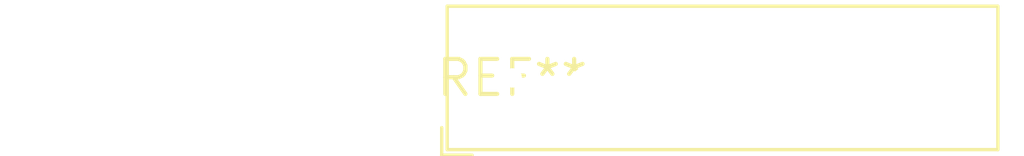
<source format=kicad_pcb>
(kicad_pcb (version 20240108) (generator pcbnew)
  (layers (0 "F.Cu" signal) (31 "B.Cu" signal) (34 "B.Paste" user) (35 "F.Paste" user) (36 "B.SilkS" user "B.Silkscreen") (37 "F.SilkS" user "F.Silkscreen") (38 "B.Mask" user) (39 "F.Mask" user) (44 "Edge.Cuts" user))
  (net 0 "")
  (footprint "Relay_SPDT_StandexMeder_SIL_Form1C" (layer "F.Cu") (at 0 0)
    (property "Reference" "REF**")
    (property "Value" "Relay_SPDT_StandexMeder_SIL_Form1C")
    (fp_line (start -2.55 2.8) (end -2.55 1.8) (layer "F.SilkS") (stroke (width 0.12)))
    (fp_line (start -2.35 -2.6) (end 17.55 -2.6) (layer "F.SilkS") (stroke (width 0.12)))
    (fp_line (start -2.35 2.6) (end -2.35 -2.6) (layer "F.SilkS") (stroke (width 0.12)))
    (fp_line (start -1.45 2.8) (end -2.55 2.8) (layer "F.SilkS") (stroke (width 0.12)))
    (fp_line (start 17.55 -2.6) (end 17.55 2.6) (layer "F.SilkS") (stroke (width 0.12)))
    (fp_line (start 17.55 2.6) (end -2.35 2.6) (layer "F.SilkS") (stroke (width 0.12)))
    (pad "1" thru_hole rect (at 0 0) (size 1.4 1.4) (drill 0.7) (layers *.Cu *.Mask) (remove_unused_layers))
    (pad "2" thru_hole circle (at 2.54 0) (size 1.4 1.4) (drill 0.7) (layers *.Cu *.Mask) (remove_unused_layers))
    (pad "3" thru_hole circle (at 5.08 0) (size 1.4 1.4) (drill 0.7) (layers *.Cu *.Mask) (remove_unused_layers))
    (pad "5" thru_hole circle (at 10.16 0) (size 1.4 1.4) (drill 0.7) (layers *.Cu *.Mask) (remove_unused_layers))
    (pad "7" thru_hole circle (at 15.24 0) (size 1.4 1.4) (drill 0.7) (layers *.Cu *.Mask) (remove_unused_layers))
  )
)
</source>
